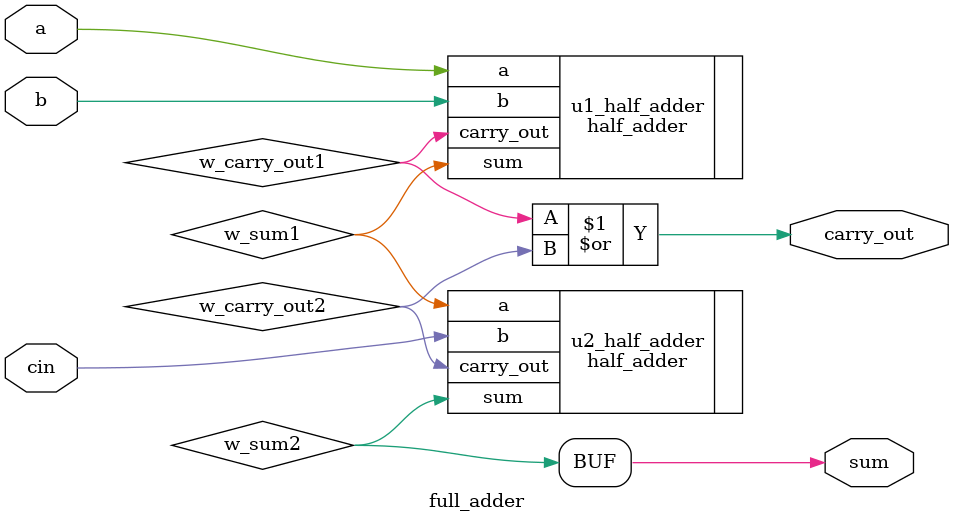
<source format=v>
`timescale 1ns / 1ps //시뮬레이션 시간 단


module full_adder( //이전자리 carry싸지 포함해서 진짜 덧셈을 할 수 있는 가장 기본적인 덧셈 회로.
    input wire a, b, cin, //a,b ->더할 두 비트, cin->이전 자리에서 넘어온 carry, input과 input wire는 같다.

    output wire sum, carry_out //sum 현재 자리 결과 , carry_out  다음 자리로 넘길 carry

);
    
    wire w_sum1,w_sum2, w_carry_out1, w_carry_out2;//내부 연결선 선언.

    half_adder u1_half_adder (//첫번째 반가산기 a+b
    .a(a), 
    .b(b),

    .sum(w_sum1), 
    .carry_out(w_carry_out1)

    );

    half_adder u2_half_adder ( //(a+b)+cin
    .a(w_sum1), 
    .b(cin),

    .sum(w_sum2), 
    .carry_out(w_carry_out2)

    );
    assign sum = w_sum2;
    assign carry_out = w_carry_out1 | w_carry_out2;


endmodule

</source>
